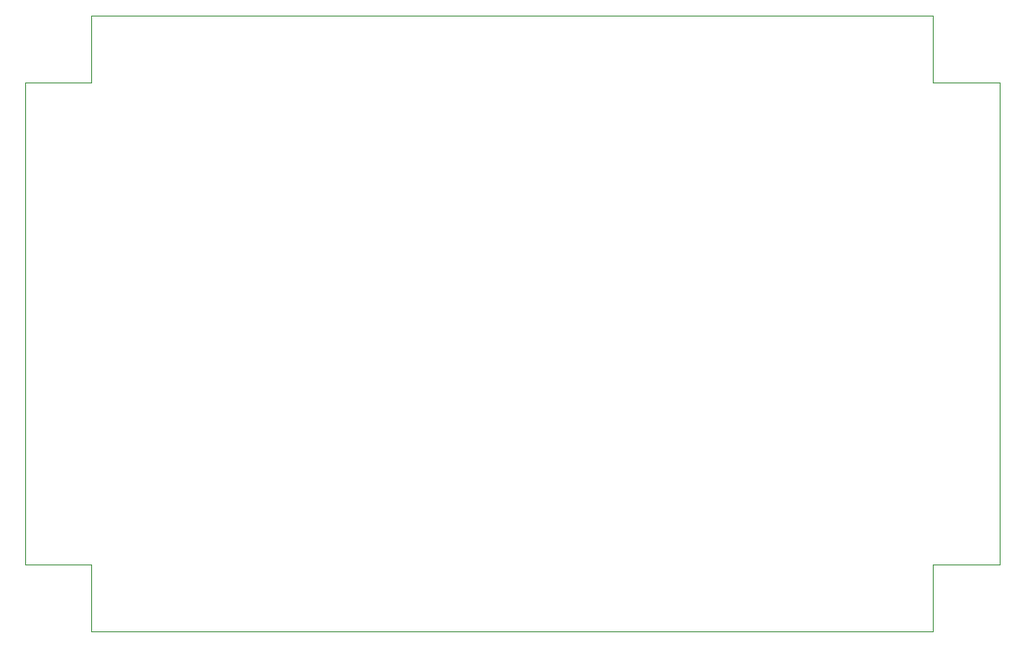
<source format=gm1>
%TF.GenerationSoftware,KiCad,Pcbnew,(6.0.7)*%
%TF.CreationDate,2022-08-15T19:03:41+05:00*%
%TF.ProjectId,RubyLink_revB,52756279-4c69-46e6-9b5f-726576422e6b,rev?*%
%TF.SameCoordinates,Original*%
%TF.FileFunction,Profile,NP*%
%FSLAX46Y46*%
G04 Gerber Fmt 4.6, Leading zero omitted, Abs format (unit mm)*
G04 Created by KiCad (PCBNEW (6.0.7)) date 2022-08-15 19:03:41*
%MOMM*%
%LPD*%
G01*
G04 APERTURE LIST*
%TA.AperFunction,Profile*%
%ADD10C,0.100000*%
%TD*%
G04 APERTURE END LIST*
D10*
X88060000Y-99370000D02*
X94559999Y-99370000D01*
X94560000Y-45870000D02*
X176560000Y-45870000D01*
X94559999Y-105870000D02*
X94559999Y-99370000D01*
X176560000Y-105869999D02*
X176560000Y-99370000D01*
X94560000Y-105870000D02*
X176560000Y-105870000D01*
X88060000Y-99370000D02*
X88060000Y-52370000D01*
X176560000Y-45869999D02*
X176560000Y-52369999D01*
X88060000Y-52370000D02*
X94560000Y-52370000D01*
X183060000Y-99370000D02*
X176560000Y-99370000D01*
X183060000Y-99370000D02*
X183060000Y-52370000D01*
X94560000Y-45870001D02*
X94560000Y-52370000D01*
X183059999Y-52369999D02*
X176560000Y-52369999D01*
M02*

</source>
